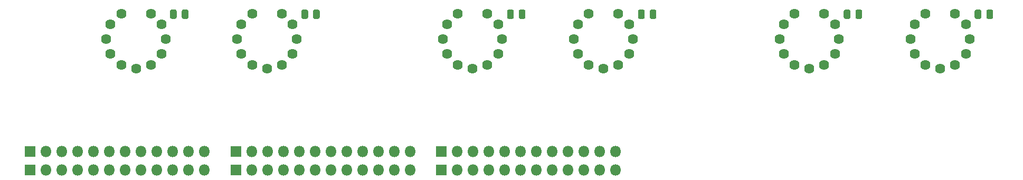
<source format=gbr>
%TF.GenerationSoftware,KiCad,Pcbnew,(5.1.5-131-g305ed0b65)-1*%
%TF.CreationDate,2020-09-08T16:14:20+08:00*%
%TF.ProjectId,IN-8,494e2d38-2e6b-4696-9361-645f70636258,rev?*%
%TF.SameCoordinates,Original*%
%TF.FileFunction,Soldermask,Bot*%
%TF.FilePolarity,Negative*%
%FSLAX46Y46*%
G04 Gerber Fmt 4.6, Leading zero omitted, Abs format (unit mm)*
G04 Created by KiCad (PCBNEW (5.1.5-131-g305ed0b65)-1) date 2020-09-08 16:14:20*
%MOMM*%
%LPD*%
G01*
G04 APERTURE LIST*
%ADD10C,1.624000*%
%ADD11O,1.800000X1.800000*%
%ADD12R,1.800000X1.800000*%
G04 APERTURE END LIST*
D10*
%TO.C,U6*%
X219625000Y-73886380D03*
X217886380Y-75625000D03*
X217250000Y-78000000D03*
X217886380Y-80374999D03*
X219625001Y-82113620D03*
X222000000Y-82750000D03*
X224375000Y-82113620D03*
X226113620Y-80374999D03*
X226750000Y-78000000D03*
X226113620Y-75625001D03*
X224375000Y-73886380D03*
%TD*%
%TO.C,U5*%
X198625000Y-73886380D03*
X196886380Y-75625000D03*
X196250000Y-78000000D03*
X196886380Y-80374999D03*
X198625001Y-82113620D03*
X201000000Y-82750000D03*
X203375000Y-82113620D03*
X205113620Y-80374999D03*
X205750000Y-78000000D03*
X205113620Y-75625001D03*
X203375000Y-73886380D03*
%TD*%
%TO.C,U4*%
X165625000Y-73886380D03*
X163886380Y-75625000D03*
X163250000Y-78000000D03*
X163886380Y-80374999D03*
X165625001Y-82113620D03*
X168000000Y-82750000D03*
X170375000Y-82113620D03*
X172113620Y-80374999D03*
X172750000Y-78000000D03*
X172113620Y-75625001D03*
X170375000Y-73886380D03*
%TD*%
%TO.C,U3*%
X144625000Y-73886380D03*
X142886380Y-75625000D03*
X142250000Y-78000000D03*
X142886380Y-80374999D03*
X144625001Y-82113620D03*
X147000000Y-82750000D03*
X149375000Y-82113620D03*
X151113620Y-80374999D03*
X151750000Y-78000000D03*
X151113620Y-75625001D03*
X149375000Y-73886380D03*
%TD*%
%TO.C,U2*%
X111625000Y-73886380D03*
X109886380Y-75625000D03*
X109250000Y-78000000D03*
X109886380Y-80374999D03*
X111625001Y-82113620D03*
X114000000Y-82750000D03*
X116375000Y-82113620D03*
X118113620Y-80374999D03*
X118750000Y-78000000D03*
X118113620Y-75625001D03*
X116375000Y-73886380D03*
%TD*%
%TO.C,U1*%
X90625000Y-73886380D03*
X88886380Y-75625000D03*
X88250000Y-78000000D03*
X88886380Y-80374999D03*
X90625001Y-82113620D03*
X93000000Y-82750000D03*
X95375000Y-82113620D03*
X97113620Y-80374999D03*
X97750000Y-78000000D03*
X97113620Y-75625001D03*
X95375000Y-73886380D03*
%TD*%
D11*
%TO.C,J1*%
X103940000Y-99000000D03*
X101400000Y-99000000D03*
X98860000Y-99000000D03*
X96320000Y-99000000D03*
X93780000Y-99000000D03*
X91240000Y-99000000D03*
X88700000Y-99000000D03*
X86160000Y-99000000D03*
X83620000Y-99000000D03*
X81080000Y-99000000D03*
X78540000Y-99000000D03*
D12*
X76000000Y-99000000D03*
%TD*%
D11*
%TO.C,J2*%
X103940000Y-96000000D03*
X101400000Y-96000000D03*
X98860000Y-96000000D03*
X96320000Y-96000000D03*
X93780000Y-96000000D03*
X91240000Y-96000000D03*
X88700000Y-96000000D03*
X86160000Y-96000000D03*
X83620000Y-96000000D03*
X81080000Y-96000000D03*
X78540000Y-96000000D03*
D12*
X76000000Y-96000000D03*
%TD*%
D11*
%TO.C,J3*%
X136940000Y-99000000D03*
X134400000Y-99000000D03*
X131860000Y-99000000D03*
X129320000Y-99000000D03*
X126780000Y-99000000D03*
X124240000Y-99000000D03*
X121700000Y-99000000D03*
X119160000Y-99000000D03*
X116620000Y-99000000D03*
X114080000Y-99000000D03*
X111540000Y-99000000D03*
D12*
X109000000Y-99000000D03*
%TD*%
%TO.C,J4*%
X109000000Y-96000000D03*
D11*
X111540000Y-96000000D03*
X114080000Y-96000000D03*
X116620000Y-96000000D03*
X119160000Y-96000000D03*
X121700000Y-96000000D03*
X124240000Y-96000000D03*
X126780000Y-96000000D03*
X129320000Y-96000000D03*
X131860000Y-96000000D03*
X134400000Y-96000000D03*
X136940000Y-96000000D03*
%TD*%
D12*
%TO.C,J5*%
X142000000Y-99000000D03*
D11*
X144540000Y-99000000D03*
X147080000Y-99000000D03*
X149620000Y-99000000D03*
X152160000Y-99000000D03*
X154700000Y-99000000D03*
X157240000Y-99000000D03*
X159780000Y-99000000D03*
X162320000Y-99000000D03*
X164860000Y-99000000D03*
X167400000Y-99000000D03*
X169940000Y-99000000D03*
%TD*%
D12*
%TO.C,J6*%
X142000000Y-96000000D03*
D11*
X144540000Y-96000000D03*
X147080000Y-96000000D03*
X149620000Y-96000000D03*
X152160000Y-96000000D03*
X154700000Y-96000000D03*
X157240000Y-96000000D03*
X159780000Y-96000000D03*
X162320000Y-96000000D03*
X164860000Y-96000000D03*
X167400000Y-96000000D03*
X169940000Y-96000000D03*
%TD*%
%TO.C,R1*%
G36*
G01*
X99537500Y-73518750D02*
X99537500Y-74481250D01*
G75*
G02*
X99268750Y-74750000I-268750J0D01*
G01*
X98731250Y-74750000D01*
G75*
G02*
X98462500Y-74481250I0J268750D01*
G01*
X98462500Y-73518750D01*
G75*
G02*
X98731250Y-73250000I268750J0D01*
G01*
X99268750Y-73250000D01*
G75*
G02*
X99537500Y-73518750I0J-268750D01*
G01*
G37*
G36*
G01*
X101412500Y-73518750D02*
X101412500Y-74481250D01*
G75*
G02*
X101143750Y-74750000I-268750J0D01*
G01*
X100606250Y-74750000D01*
G75*
G02*
X100337500Y-74481250I0J268750D01*
G01*
X100337500Y-73518750D01*
G75*
G02*
X100606250Y-73250000I268750J0D01*
G01*
X101143750Y-73250000D01*
G75*
G02*
X101412500Y-73518750I0J-268750D01*
G01*
G37*
%TD*%
%TO.C,R2*%
G36*
G01*
X120600000Y-73518750D02*
X120600000Y-74481250D01*
G75*
G02*
X120331250Y-74750000I-268750J0D01*
G01*
X119793750Y-74750000D01*
G75*
G02*
X119525000Y-74481250I0J268750D01*
G01*
X119525000Y-73518750D01*
G75*
G02*
X119793750Y-73250000I268750J0D01*
G01*
X120331250Y-73250000D01*
G75*
G02*
X120600000Y-73518750I0J-268750D01*
G01*
G37*
G36*
G01*
X122475000Y-73518750D02*
X122475000Y-74481250D01*
G75*
G02*
X122206250Y-74750000I-268750J0D01*
G01*
X121668750Y-74750000D01*
G75*
G02*
X121400000Y-74481250I0J268750D01*
G01*
X121400000Y-73518750D01*
G75*
G02*
X121668750Y-73250000I268750J0D01*
G01*
X122206250Y-73250000D01*
G75*
G02*
X122475000Y-73518750I0J-268750D01*
G01*
G37*
%TD*%
%TO.C,R3*%
G36*
G01*
X153600000Y-73518750D02*
X153600000Y-74481250D01*
G75*
G02*
X153331250Y-74750000I-268750J0D01*
G01*
X152793750Y-74750000D01*
G75*
G02*
X152525000Y-74481250I0J268750D01*
G01*
X152525000Y-73518750D01*
G75*
G02*
X152793750Y-73250000I268750J0D01*
G01*
X153331250Y-73250000D01*
G75*
G02*
X153600000Y-73518750I0J-268750D01*
G01*
G37*
G36*
G01*
X155475000Y-73518750D02*
X155475000Y-74481250D01*
G75*
G02*
X155206250Y-74750000I-268750J0D01*
G01*
X154668750Y-74750000D01*
G75*
G02*
X154400000Y-74481250I0J268750D01*
G01*
X154400000Y-73518750D01*
G75*
G02*
X154668750Y-73250000I268750J0D01*
G01*
X155206250Y-73250000D01*
G75*
G02*
X155475000Y-73518750I0J-268750D01*
G01*
G37*
%TD*%
%TO.C,R4*%
G36*
G01*
X176475000Y-73518750D02*
X176475000Y-74481250D01*
G75*
G02*
X176206250Y-74750000I-268750J0D01*
G01*
X175668750Y-74750000D01*
G75*
G02*
X175400000Y-74481250I0J268750D01*
G01*
X175400000Y-73518750D01*
G75*
G02*
X175668750Y-73250000I268750J0D01*
G01*
X176206250Y-73250000D01*
G75*
G02*
X176475000Y-73518750I0J-268750D01*
G01*
G37*
G36*
G01*
X174600000Y-73518750D02*
X174600000Y-74481250D01*
G75*
G02*
X174331250Y-74750000I-268750J0D01*
G01*
X173793750Y-74750000D01*
G75*
G02*
X173525000Y-74481250I0J268750D01*
G01*
X173525000Y-73518750D01*
G75*
G02*
X173793750Y-73250000I268750J0D01*
G01*
X174331250Y-73250000D01*
G75*
G02*
X174600000Y-73518750I0J-268750D01*
G01*
G37*
%TD*%
%TO.C,R5*%
G36*
G01*
X209475000Y-73518750D02*
X209475000Y-74481250D01*
G75*
G02*
X209206250Y-74750000I-268750J0D01*
G01*
X208668750Y-74750000D01*
G75*
G02*
X208400000Y-74481250I0J268750D01*
G01*
X208400000Y-73518750D01*
G75*
G02*
X208668750Y-73250000I268750J0D01*
G01*
X209206250Y-73250000D01*
G75*
G02*
X209475000Y-73518750I0J-268750D01*
G01*
G37*
G36*
G01*
X207600000Y-73518750D02*
X207600000Y-74481250D01*
G75*
G02*
X207331250Y-74750000I-268750J0D01*
G01*
X206793750Y-74750000D01*
G75*
G02*
X206525000Y-74481250I0J268750D01*
G01*
X206525000Y-73518750D01*
G75*
G02*
X206793750Y-73250000I268750J0D01*
G01*
X207331250Y-73250000D01*
G75*
G02*
X207600000Y-73518750I0J-268750D01*
G01*
G37*
%TD*%
%TO.C,R6*%
G36*
G01*
X230475000Y-73518750D02*
X230475000Y-74481250D01*
G75*
G02*
X230206250Y-74750000I-268750J0D01*
G01*
X229668750Y-74750000D01*
G75*
G02*
X229400000Y-74481250I0J268750D01*
G01*
X229400000Y-73518750D01*
G75*
G02*
X229668750Y-73250000I268750J0D01*
G01*
X230206250Y-73250000D01*
G75*
G02*
X230475000Y-73518750I0J-268750D01*
G01*
G37*
G36*
G01*
X228600000Y-73518750D02*
X228600000Y-74481250D01*
G75*
G02*
X228331250Y-74750000I-268750J0D01*
G01*
X227793750Y-74750000D01*
G75*
G02*
X227525000Y-74481250I0J268750D01*
G01*
X227525000Y-73518750D01*
G75*
G02*
X227793750Y-73250000I268750J0D01*
G01*
X228331250Y-73250000D01*
G75*
G02*
X228600000Y-73518750I0J-268750D01*
G01*
G37*
%TD*%
M02*

</source>
